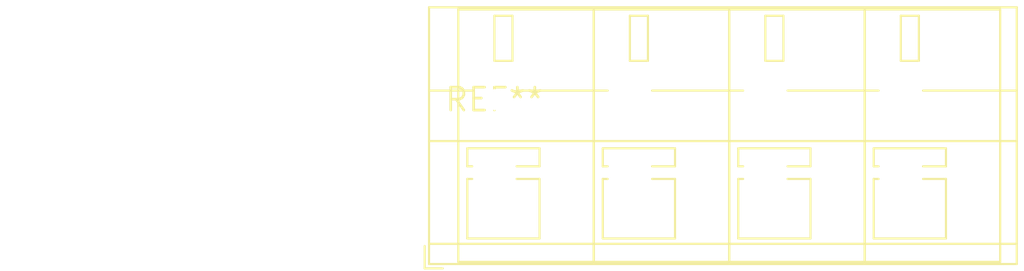
<source format=kicad_pcb>
(kicad_pcb (version 20240108) (generator pcbnew)
  (layers (0 "F.Cu" signal) (31 "B.Cu" signal) (34 "B.Paste" user) (35 "F.Paste" user) (36 "B.SilkS" user "B.Silkscreen") (37 "F.SilkS" user "F.Silkscreen") (38 "B.Mask" user) (39 "F.Mask" user) (44 "Edge.Cuts" user))
  (net 0 "")
  (footprint "TerminalBlock_WAGO_236-504_1x04_P7.50mm_45Degree" (layer "F.Cu") (at 0 0)
    (property "Reference" "REF**")
    (property "Value" "TerminalBlock_WAGO_236-504_1x04_P7.50mm_45Degree")
    (fp_line (start -3.86 8.12) (end -3.86 9.36) (layer "F.SilkS") (stroke (width 0.12)))
    (fp_line (start -3.86 9.36) (end -2.86 9.36) (layer "F.SilkS") (stroke (width 0.12)))
    (fp_line (start -3.62 -5.12) (end -3.62 9.12) (layer "F.SilkS") (stroke (width 0.12)))
    (fp_line (start -3.62 -5.12) (end 28.92 -5.12) (layer "F.SilkS") (stroke (width 0.12)))
    (fp_line (start -3.62 -0.5) (end -1.23 -0.5) (layer "F.SilkS") (stroke (width 0.12)))
    (fp_line (start -3.62 2.3) (end 28.92 2.3) (layer "F.SilkS") (stroke (width 0.12)))
    (fp_line (start -3.62 8) (end 28.92 8) (layer "F.SilkS") (stroke (width 0.12)))
    (fp_line (start -3.62 9.12) (end 28.92 9.12) (layer "F.SilkS") (stroke (width 0.12)))
    (fp_line (start -2 -5) (end -2 9) (layer "F.SilkS") (stroke (width 0.12)))
    (fp_line (start -2 -5) (end 5.5 -5) (layer "F.SilkS") (stroke (width 0.12)))
    (fp_line (start -2 9) (end 5.5 9) (layer "F.SilkS") (stroke (width 0.12)))
    (fp_line (start -1.5 2.7) (end -1.5 3.7) (layer "F.SilkS") (stroke (width 0.12)))
    (fp_line (start -1.5 2.7) (end 2.5 2.7) (layer "F.SilkS") (stroke (width 0.12)))
    (fp_line (start -1.5 3.7) (end -1.23 3.7) (layer "F.SilkS") (stroke (width 0.12)))
    (fp_line (start -1.5 4.4) (end -1.5 7.7) (layer "F.SilkS") (stroke (width 0.12)))
    (fp_line (start -1.5 4.4) (end -1.23 4.4) (layer "F.SilkS") (stroke (width 0.12)))
    (fp_line (start -1.5 7.7) (end 2.5 7.7) (layer "F.SilkS") (stroke (width 0.12)))
    (fp_line (start 0 -4.65) (end 0 -2.151) (layer "F.SilkS") (stroke (width 0.12)))
    (fp_line (start 0 -4.65) (end 1 -4.65) (layer "F.SilkS") (stroke (width 0.12)))
    (fp_line (start 0 -2.151) (end 1 -2.151) (layer "F.SilkS") (stroke (width 0.12)))
    (fp_line (start 1 -4.65) (end 1 -2.151) (layer "F.SilkS") (stroke (width 0.12)))
    (fp_line (start 1.23 -0.5) (end 6.27 -0.5) (layer "F.SilkS") (stroke (width 0.12)))
    (fp_line (start 1.23 3.7) (end 2.5 3.7) (layer "F.SilkS") (stroke (width 0.12)))
    (fp_line (start 1.23 4.4) (end 2.5 4.4) (layer "F.SilkS") (stroke (width 0.12)))
    (fp_line (start 2.5 2.7) (end 2.5 3.7) (layer "F.SilkS") (stroke (width 0.12)))
    (fp_line (start 2.5 4.4) (end 2.5 7.7) (layer "F.SilkS") (stroke (width 0.12)))
    (fp_line (start 5.5 -5) (end 5.5 9) (layer "F.SilkS") (stroke (width 0.12)))
    (fp_line (start 5.5 -5) (end 5.5 9) (layer "F.SilkS") (stroke (width 0.12)))
    (fp_line (start 5.5 -5) (end 13 -5) (layer "F.SilkS") (stroke (width 0.12)))
    (fp_line (start 5.5 9) (end 13 9) (layer "F.SilkS") (stroke (width 0.12)))
    (fp_line (start 6 2.7) (end 6 3.7) (layer "F.SilkS") (stroke (width 0.12)))
    (fp_line (start 6 2.7) (end 10 2.7) (layer "F.SilkS") (stroke (width 0.12)))
    (fp_line (start 6 3.7) (end 6.27 3.7) (layer "F.SilkS") (stroke (width 0.12)))
    (fp_line (start 6 4.4) (end 6 7.7) (layer "F.SilkS") (stroke (width 0.12)))
    (fp_line (start 6 4.4) (end 6.27 4.4) (layer "F.SilkS") (stroke (width 0.12)))
    (fp_line (start 6 7.7) (end 10 7.7) (layer "F.SilkS") (stroke (width 0.12)))
    (fp_line (start 7.5 -4.65) (end 7.5 -2.151) (layer "F.SilkS") (stroke (width 0.12)))
    (fp_line (start 7.5 -4.65) (end 8.5 -4.65) (layer "F.SilkS") (stroke (width 0.12)))
    (fp_line (start 7.5 -2.151) (end 8.5 -2.151) (layer "F.SilkS") (stroke (width 0.12)))
    (fp_line (start 8.5 -4.65) (end 8.5 -2.151) (layer "F.SilkS") (stroke (width 0.12)))
    (fp_line (start 8.73 -0.5) (end 13.77 -0.5) (layer "F.SilkS") (stroke (width 0.12)))
    (fp_line (start 8.73 3.7) (end 10 3.7) (layer "F.SilkS") (stroke (width 0.12)))
    (fp_line (start 8.73 4.4) (end 10 4.4) (layer "F.SilkS") (stroke (width 0.12)))
    (fp_line (start 10 2.7) (end 10 3.7) (layer "F.SilkS") (stroke (width 0.12)))
    (fp_line (start 10 4.4) (end 10 7.7) (layer "F.SilkS") (stroke (width 0.12)))
    (fp_line (start 13 -5) (end 13 9) (layer "F.SilkS") (stroke (width 0.12)))
    (fp_line (start 13 -5) (end 13 9) (layer "F.SilkS") (stroke (width 0.12)))
    (fp_line (start 13 -5) (end 20.5 -5) (layer "F.SilkS") (stroke (width 0.12)))
    (fp_line (start 13 9) (end 20.5 9) (layer "F.SilkS") (stroke (width 0.12)))
    (fp_line (start 13.5 2.7) (end 13.5 3.7) (layer "F.SilkS") (stroke (width 0.12)))
    (fp_line (start 13.5 2.7) (end 17.5 2.7) (layer "F.SilkS") (stroke (width 0.12)))
    (fp_line (start 13.5 3.7) (end 13.77 3.7) (layer "F.SilkS") (stroke (width 0.12)))
    (fp_line (start 13.5 4.4) (end 13.5 7.7) (layer "F.SilkS") (stroke (width 0.12)))
    (fp_line (start 13.5 4.4) (end 13.77 4.4) (layer "F.SilkS") (stroke (width 0.12)))
    (fp_line (start 13.5 7.7) (end 17.5 7.7) (layer "F.SilkS") (stroke (width 0.12)))
    (fp_line (start 15 -4.65) (end 15 -2.151) (layer "F.SilkS") (stroke (width 0.12)))
    (fp_line (start 15 -4.65) (end 16 -4.65) (layer "F.SilkS") (stroke (width 0.12)))
    (fp_line (start 15 -2.151) (end 16 -2.151) (layer "F.SilkS") (stroke (width 0.12)))
    (fp_line (start 16 -4.65) (end 16 -2.151) (layer "F.SilkS") (stroke (width 0.12)))
    (fp_line (start 16.23 -0.5) (end 21.27 -0.5) (layer "F.SilkS") (stroke (width 0.12)))
    (fp_line (start 16.23 3.7) (end 17.5 3.7) (layer "F.SilkS") (stroke (width 0.12)))
    (fp_line (start 16.23 4.4) (end 17.5 4.4) (layer "F.SilkS") (stroke (width 0.12)))
    (fp_line (start 17.5 2.7) (end 17.5 3.7) (layer "F.SilkS") (stroke (width 0.12)))
    (fp_line (start 17.5 4.4) (end 17.5 7.7) (layer "F.SilkS") (stroke (width 0.12)))
    (fp_line (start 20.5 -5) (end 20.5 9) (layer "F.SilkS") (stroke (width 0.12)))
    (fp_line (start 20.5 -5) (end 20.5 9) (layer "F.SilkS") (stroke (width 0.12)))
    (fp_line (start 20.5 -5) (end 28 -5) (layer "F.SilkS") (stroke (width 0.12)))
    (fp_line (start 20.5 9) (end 28 9) (layer "F.SilkS") (stroke (width 0.12)))
    (fp_line (start 21 2.7) (end 21 3.7) (layer "F.SilkS") (stroke (width 0.12)))
    (fp_line (start 21 2.7) (end 25 2.7) (layer "F.SilkS") (stroke (width 0.12)))
    (fp_line (start 21 3.7) (end 21.27 3.7) (layer "F.SilkS") (stroke (width 0.12)))
    (fp_line (start 21 4.4) (end 21 7.7) (layer "F.SilkS") (stroke (width 0.12)))
    (fp_line (start 21 4.4) (end 21.27 4.4) (layer "F.SilkS") (stroke (width 0.12)))
    (fp_line (start 21 7.7) (end 25 7.7) (layer "F.SilkS") (stroke (width 0.12)))
    (fp_line (start 22.5 -4.65) (end 22.5 -2.151) (layer "F.SilkS") (stroke (width 0.12)))
    (fp_line (start 22.5 -4.65) (end 23.5 -4.65) (layer "F.SilkS") (stroke (width 0.12)))
    (fp_line (start 22.5 -2.151) (end 23.5 -2.151) (layer "F.SilkS") (stroke (width 0.12)))
    (fp_line (start 23.5 -4.65) (end 23.5 -2.151) (layer "F.SilkS") (stroke (width 0.12)))
    (fp_line (start 23.73 -0.5) (end 28.92 -0.5) (layer "F.SilkS") (stroke (width 0.12)))
    (fp_line (start 23.73 3.7) (end 25 3.7) (layer "F.SilkS") (stroke (width 0.12)))
    (fp_line (start 23.73 4.4) (end 25 4.4) (layer "F.SilkS") (stroke (width 0.12)))
    (fp_line (start 25 2.7) (end 25 3.7) (layer "F.SilkS") (stroke (width 0.12)))
    (fp_line (start 25 4.4) (end 25 7.7) (layer "F.SilkS") (stroke (width 0.12)))
    (fp_line (start 28 -5) (end 28 9) (layer "F.SilkS") (stroke (width 0.12)))
    (fp_line (start 28.92 -5.12) (end 28.92 9.12) (layer "F.SilkS") (stroke (width 0.12)))
    (pad "1" thru_hole rect (at 0 0) (size 1.5 3) (drill 1.15) (layers *.Cu *.Mask) (remove_unused_layers))
    (pad "1" thru_hole rect (at 0 5) (size 1.5 3) (drill 1.15) (layers *.Cu *.Mask) (remove_unused_layers))
    (pad "2" thru_hole oval (at 7.5 0) (size 1.5 3) (drill 1.15) (layers *.Cu *.Mask) (remove_unused_layers))
    (pad "2" thru_hole oval (at 7.5 5) (size 1.5 3) (drill 1.15) (layers *.Cu *.Mask) (remove_unused_layers))
    (pad "3" thru_hole oval (at 15 0) (size 1.5 3) (drill 1.15) (layers *.Cu *.Mask) (remove_unused_layers))
    (pad "3" thru_hole oval (at 15 5) (size 1.5 3) (drill 1.15) (layers *.Cu *.Mask) (remove_unused_layers))
    (pad "4" thru_hole oval (at 22.5 0) (size 1.5 3) (drill 1.15) (layers *.Cu *.Mask) (remove_unused_layers))
    (pad "4" thru_hole oval (at 22.5 5) (size 1.5 3) (drill 1.15) (layers *.Cu *.Mask) (remove_unused_layers))
  )
)
</source>
